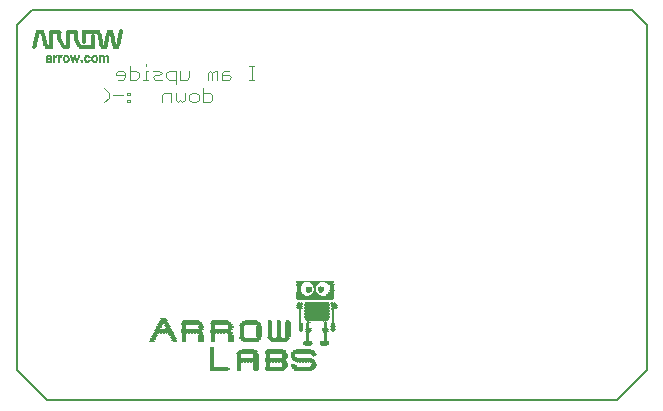
<source format=gbo>
G75*
%MOIN*%
%OFA0B0*%
%FSLAX25Y25*%
%IPPOS*%
%LPD*%
%AMOC8*
5,1,8,0,0,1.08239X$1,22.5*
%
%ADD10R,0.06250X0.00250*%
%ADD11R,0.01500X0.00250*%
%ADD12R,0.01250X0.00250*%
%ADD13R,0.06000X0.00250*%
%ADD14R,0.05750X0.00250*%
%ADD15R,0.06500X0.00250*%
%ADD16R,0.01750X0.00250*%
%ADD17R,0.06750X0.00250*%
%ADD18R,0.07250X0.00250*%
%ADD19R,0.07000X0.00250*%
%ADD20R,0.07500X0.00250*%
%ADD21R,0.08000X0.00250*%
%ADD22R,0.02000X0.00250*%
%ADD23R,0.00250X0.00250*%
%ADD24R,0.07750X0.00250*%
%ADD25R,0.05250X0.00250*%
%ADD26R,0.04000X0.00250*%
%ADD27R,0.05500X0.00250*%
%ADD28R,0.05000X0.00250*%
%ADD29R,0.02250X0.00250*%
%ADD30R,0.03000X0.00250*%
%ADD31R,0.03250X0.00250*%
%ADD32R,0.04750X0.00250*%
%ADD33R,0.02750X0.00250*%
%ADD34R,0.02500X0.00250*%
%ADD35R,0.01000X0.00250*%
%ADD36R,0.00500X0.00250*%
%ADD37R,0.00750X0.00250*%
%ADD38R,0.08250X0.00250*%
%ADD39R,0.08500X0.00250*%
%ADD40R,0.12000X0.00250*%
%ADD41R,0.12500X0.00250*%
%ADD42R,0.12750X0.00250*%
%ADD43R,0.03750X0.00250*%
%ADD44R,0.03500X0.00250*%
%ADD45R,0.00600X0.00100*%
%ADD46R,0.01200X0.00100*%
%ADD47R,0.00500X0.00100*%
%ADD48R,0.01900X0.00100*%
%ADD49R,0.01400X0.00100*%
%ADD50R,0.00700X0.00100*%
%ADD51R,0.02000X0.00100*%
%ADD52R,0.01600X0.00100*%
%ADD53R,0.00800X0.00100*%
%ADD54R,0.00100X0.00100*%
%ADD55R,0.00900X0.00100*%
%ADD56R,0.01000X0.00100*%
%ADD57R,0.01800X0.00100*%
%ADD58R,0.00400X0.00100*%
%ADD59R,0.03200X0.00100*%
%ADD60R,0.01700X0.00100*%
%ADD61R,0.01500X0.00100*%
%ADD62R,0.02200X0.00100*%
%ADD63R,0.04900X0.00100*%
%ADD64R,0.02600X0.00100*%
%ADD65R,0.02100X0.00100*%
%ADD66R,0.05200X0.00100*%
%ADD67R,0.02700X0.00100*%
%ADD68R,0.02300X0.00100*%
%ADD69R,0.05400X0.00100*%
%ADD70R,0.01100X0.00100*%
%ADD71R,0.02800X0.00100*%
%ADD72R,0.05500X0.00100*%
%ADD73R,0.02400X0.00100*%
%ADD74R,0.05600X0.00100*%
%ADD75R,0.02900X0.00100*%
%ADD76R,0.02500X0.00100*%
%ADD77R,0.05700X0.00100*%
%ADD78R,0.05800X0.00100*%
%ADD79R,0.03000X0.00100*%
%ADD80R,0.01300X0.00100*%
%ADD81R,0.00200X0.00100*%
%ADD82R,0.03700X0.00100*%
%ADD83R,0.06200X0.00100*%
%ADD84R,0.03800X0.00100*%
%ADD85R,0.03600X0.00100*%
%ADD86R,0.06100X0.00100*%
%ADD87R,0.06000X0.00100*%
%ADD88R,0.03400X0.00100*%
%ADD89C,0.00400*%
%ADD90C,0.00500*%
D10*
X0085495Y0023906D03*
X0094745Y0027406D03*
X0104495Y0027406D03*
X0114495Y0021156D03*
X0122745Y0017906D03*
X0123995Y0021156D03*
X0132245Y0017906D03*
X0104245Y0012156D03*
X0104245Y0011156D03*
D11*
X0101870Y0012406D03*
X0101870Y0012656D03*
X0101870Y0012906D03*
X0101870Y0013156D03*
X0101870Y0013406D03*
X0101870Y0013656D03*
X0101870Y0013906D03*
X0101870Y0014156D03*
X0101870Y0014406D03*
X0101870Y0014656D03*
X0101870Y0014906D03*
X0101870Y0015156D03*
X0101870Y0015406D03*
X0101870Y0015656D03*
X0101870Y0015906D03*
X0101870Y0016156D03*
X0101870Y0016406D03*
X0101870Y0016656D03*
X0101870Y0016906D03*
X0101870Y0017156D03*
X0101870Y0017406D03*
X0101870Y0017656D03*
X0101870Y0017906D03*
X0101870Y0018156D03*
X0101870Y0018406D03*
X0101870Y0018656D03*
X0101870Y0018906D03*
X0102120Y0020656D03*
X0102120Y0020906D03*
X0102120Y0021156D03*
X0102120Y0021406D03*
X0102120Y0021656D03*
X0102120Y0021906D03*
X0102120Y0022156D03*
X0102120Y0022406D03*
X0102120Y0022656D03*
X0102120Y0022906D03*
X0102120Y0023156D03*
X0102120Y0023406D03*
X0102120Y0024906D03*
X0102120Y0025156D03*
X0102120Y0025406D03*
X0102120Y0025656D03*
X0102120Y0025906D03*
X0102120Y0026156D03*
X0098120Y0026156D03*
X0098120Y0025156D03*
X0098120Y0023156D03*
X0092370Y0023156D03*
X0092370Y0023406D03*
X0092370Y0022906D03*
X0092370Y0022656D03*
X0092370Y0022406D03*
X0092370Y0022156D03*
X0092370Y0021906D03*
X0092370Y0021656D03*
X0092370Y0021406D03*
X0092370Y0021156D03*
X0092370Y0020906D03*
X0092370Y0020656D03*
X0089370Y0020906D03*
X0089120Y0021406D03*
X0088870Y0021906D03*
X0088620Y0022406D03*
X0088370Y0022906D03*
X0087370Y0024906D03*
X0087120Y0025406D03*
X0086870Y0025906D03*
X0086620Y0026406D03*
X0084620Y0026656D03*
X0084370Y0026156D03*
X0084120Y0025656D03*
X0083870Y0025156D03*
X0082870Y0023156D03*
X0082620Y0022656D03*
X0082370Y0022156D03*
X0082120Y0021656D03*
X0081870Y0021156D03*
X0092370Y0024906D03*
X0092370Y0025156D03*
X0092370Y0025406D03*
X0092370Y0025656D03*
X0092370Y0025906D03*
X0092370Y0026156D03*
X0107870Y0026156D03*
X0107870Y0025156D03*
X0107870Y0023156D03*
X0111620Y0023156D03*
X0111620Y0023406D03*
X0111620Y0023656D03*
X0111620Y0023906D03*
X0111620Y0024156D03*
X0111620Y0024406D03*
X0111620Y0024656D03*
X0111620Y0024906D03*
X0111620Y0025156D03*
X0111620Y0025406D03*
X0111620Y0025656D03*
X0111620Y0025906D03*
X0111620Y0022906D03*
X0111620Y0022656D03*
X0111620Y0022406D03*
X0117370Y0022156D03*
X0121120Y0022406D03*
X0121120Y0022656D03*
X0121120Y0022906D03*
X0121120Y0023156D03*
X0121120Y0023406D03*
X0121120Y0023656D03*
X0121120Y0023906D03*
X0121120Y0024156D03*
X0121120Y0024406D03*
X0121120Y0024656D03*
X0121120Y0024906D03*
X0121120Y0025156D03*
X0121120Y0025406D03*
X0121120Y0025656D03*
X0121120Y0025906D03*
X0121120Y0026156D03*
X0121120Y0026406D03*
X0121120Y0026656D03*
X0121120Y0026906D03*
X0121120Y0027156D03*
X0121120Y0027406D03*
X0124120Y0027406D03*
X0124120Y0027156D03*
X0124120Y0026906D03*
X0124120Y0026656D03*
X0124120Y0026406D03*
X0124120Y0026156D03*
X0124120Y0025906D03*
X0124120Y0025656D03*
X0124120Y0025406D03*
X0124120Y0025156D03*
X0124120Y0024906D03*
X0124120Y0024656D03*
X0124120Y0024406D03*
X0124120Y0024156D03*
X0124120Y0023906D03*
X0124120Y0023656D03*
X0124120Y0023406D03*
X0124120Y0023156D03*
X0124120Y0022906D03*
X0124120Y0022656D03*
X0124120Y0022406D03*
X0126870Y0022156D03*
X0131370Y0024656D03*
X0131370Y0024906D03*
X0131370Y0025156D03*
X0131370Y0025406D03*
X0131370Y0025656D03*
X0131370Y0025906D03*
X0131370Y0026156D03*
X0131370Y0026406D03*
X0133870Y0023906D03*
X0133870Y0020906D03*
X0135620Y0016656D03*
X0135620Y0013656D03*
X0135620Y0013406D03*
X0135620Y0012656D03*
X0128870Y0012906D03*
X0128870Y0013156D03*
X0126120Y0013656D03*
X0126120Y0012656D03*
X0126120Y0016656D03*
X0128870Y0016406D03*
X0128870Y0016156D03*
X0128870Y0015906D03*
X0128870Y0015656D03*
X0120370Y0015656D03*
X0120370Y0015906D03*
X0120370Y0016156D03*
X0120370Y0016406D03*
X0120370Y0016656D03*
X0120370Y0015406D03*
X0120370Y0013906D03*
X0120370Y0013656D03*
X0120370Y0013406D03*
X0120370Y0013156D03*
X0120370Y0012906D03*
X0120370Y0012656D03*
X0120370Y0012406D03*
X0116370Y0016656D03*
X0110620Y0016406D03*
X0110620Y0016156D03*
X0110620Y0015906D03*
X0110620Y0015656D03*
X0110620Y0015406D03*
X0110620Y0013906D03*
X0110620Y0013656D03*
X0110620Y0013406D03*
X0110620Y0013156D03*
X0110620Y0012906D03*
X0110620Y0012656D03*
X0110620Y0012406D03*
X0110620Y0012156D03*
X0110620Y0011906D03*
X0110620Y0011656D03*
X0110620Y0011406D03*
X0110620Y0011156D03*
X0117370Y0026156D03*
X0130620Y0037406D03*
X0130620Y0037656D03*
X0130620Y0037906D03*
X0130620Y0038156D03*
X0130620Y0038406D03*
X0130620Y0038656D03*
X0130620Y0038906D03*
X0130620Y0039156D03*
X0136120Y0039656D03*
X0138120Y0037406D03*
X0136120Y0036906D03*
X0141620Y0037406D03*
X0141870Y0038656D03*
X0141620Y0038906D03*
X0141620Y0039156D03*
X0141620Y0039406D03*
X0142370Y0031656D03*
X0142120Y0026406D03*
X0142120Y0026156D03*
X0142120Y0025656D03*
X0142120Y0025406D03*
X0142120Y0025156D03*
X0142120Y0024656D03*
D12*
X0141995Y0024406D03*
X0139495Y0023906D03*
X0139495Y0020906D03*
X0135745Y0016156D03*
X0131495Y0024406D03*
X0131495Y0026656D03*
X0131495Y0026906D03*
X0133995Y0027156D03*
X0126995Y0027406D03*
X0141995Y0026906D03*
X0141995Y0026656D03*
X0141745Y0037906D03*
X0141745Y0038156D03*
X0141745Y0038406D03*
X0136245Y0039406D03*
X0134245Y0038906D03*
X0136245Y0037156D03*
X0107995Y0020656D03*
X0098245Y0020656D03*
X0089495Y0020656D03*
X0081745Y0020656D03*
X0116495Y0011156D03*
D13*
X0122620Y0011156D03*
X0113620Y0017656D03*
X0114620Y0027156D03*
X0085620Y0024156D03*
D14*
X0085495Y0024406D03*
X0132245Y0011156D03*
D15*
X0132370Y0011406D03*
X0131620Y0015156D03*
X0122870Y0011406D03*
X0113620Y0017406D03*
X0114620Y0021406D03*
X0124120Y0021406D03*
X0114620Y0026906D03*
X0104370Y0011906D03*
X0104370Y0011656D03*
X0104370Y0011406D03*
X0085620Y0023656D03*
D16*
X0087245Y0025156D03*
X0086995Y0025656D03*
X0086745Y0026156D03*
X0086495Y0026656D03*
X0085495Y0028406D03*
X0084495Y0026406D03*
X0084245Y0025906D03*
X0083995Y0025406D03*
X0083745Y0024906D03*
X0082995Y0023406D03*
X0082745Y0022906D03*
X0082495Y0022406D03*
X0082245Y0021906D03*
X0081995Y0021406D03*
X0081745Y0020906D03*
X0087995Y0023406D03*
X0088245Y0023156D03*
X0088495Y0022656D03*
X0088745Y0022156D03*
X0088995Y0021656D03*
X0089245Y0021156D03*
X0098245Y0021156D03*
X0098245Y0021406D03*
X0098245Y0021656D03*
X0098245Y0021906D03*
X0098245Y0022156D03*
X0098245Y0022406D03*
X0098245Y0022656D03*
X0098245Y0022906D03*
X0098245Y0020906D03*
X0097995Y0024906D03*
X0098245Y0025406D03*
X0098245Y0025656D03*
X0098245Y0025906D03*
X0107745Y0024906D03*
X0107995Y0025406D03*
X0107995Y0025656D03*
X0107995Y0025906D03*
X0107995Y0022906D03*
X0107995Y0022656D03*
X0107995Y0022406D03*
X0107995Y0022156D03*
X0107995Y0021906D03*
X0107995Y0021656D03*
X0107995Y0021406D03*
X0107995Y0021156D03*
X0107995Y0020906D03*
X0111745Y0022156D03*
X0117245Y0021906D03*
X0117495Y0022406D03*
X0117495Y0022656D03*
X0117495Y0022906D03*
X0117495Y0023156D03*
X0117495Y0023406D03*
X0117495Y0023656D03*
X0117495Y0023906D03*
X0117495Y0024156D03*
X0117495Y0024406D03*
X0117495Y0024656D03*
X0117495Y0024906D03*
X0117495Y0025156D03*
X0117495Y0025406D03*
X0117495Y0025656D03*
X0117495Y0025906D03*
X0121245Y0022156D03*
X0122495Y0020656D03*
X0123995Y0022156D03*
X0125495Y0020656D03*
X0126745Y0021906D03*
X0126995Y0022406D03*
X0126995Y0022656D03*
X0126995Y0022906D03*
X0126995Y0023156D03*
X0126995Y0023406D03*
X0126995Y0023656D03*
X0126995Y0023906D03*
X0126995Y0024156D03*
X0126995Y0024406D03*
X0126995Y0024656D03*
X0126995Y0024906D03*
X0126995Y0025156D03*
X0126995Y0025406D03*
X0126995Y0025656D03*
X0126995Y0025906D03*
X0126995Y0026156D03*
X0126995Y0026406D03*
X0126995Y0026656D03*
X0126995Y0026906D03*
X0126995Y0027156D03*
X0131245Y0031656D03*
X0130995Y0031906D03*
X0130995Y0033406D03*
X0130745Y0037156D03*
X0130745Y0039406D03*
X0130745Y0039656D03*
X0134245Y0038656D03*
X0134245Y0037656D03*
X0134245Y0037406D03*
X0136245Y0039906D03*
X0138245Y0038656D03*
X0141495Y0037156D03*
X0141495Y0036906D03*
X0141745Y0037656D03*
X0142245Y0033406D03*
X0142495Y0033156D03*
X0141995Y0025906D03*
X0141995Y0024906D03*
X0139495Y0025156D03*
X0133995Y0025156D03*
X0135745Y0016406D03*
X0135745Y0013156D03*
X0135745Y0012906D03*
X0135495Y0012406D03*
X0128995Y0012656D03*
X0126245Y0012906D03*
X0126245Y0013156D03*
X0126245Y0013406D03*
X0125995Y0012406D03*
X0125995Y0015406D03*
X0126245Y0015656D03*
X0126245Y0015906D03*
X0126245Y0016156D03*
X0126245Y0016406D03*
X0128995Y0016656D03*
X0128995Y0015406D03*
X0116495Y0015406D03*
X0116495Y0015656D03*
X0116495Y0015906D03*
X0116495Y0016156D03*
X0116495Y0016406D03*
X0116495Y0013906D03*
X0116495Y0013656D03*
X0116495Y0013406D03*
X0116495Y0013156D03*
X0116495Y0012906D03*
X0116495Y0012656D03*
X0116495Y0012406D03*
X0116495Y0012156D03*
X0116495Y0011906D03*
X0116495Y0011656D03*
X0116495Y0011406D03*
X0110745Y0016656D03*
X0111745Y0026156D03*
D17*
X0114495Y0026656D03*
X0104745Y0027156D03*
X0094995Y0027156D03*
X0113495Y0017156D03*
X0122995Y0017656D03*
X0132745Y0014156D03*
X0122995Y0011656D03*
D18*
X0123245Y0012156D03*
X0123245Y0014156D03*
X0123245Y0015156D03*
X0123245Y0016906D03*
X0131995Y0014906D03*
X0132245Y0014656D03*
X0132495Y0014406D03*
X0132245Y0011656D03*
X0104995Y0023656D03*
X0104995Y0024656D03*
X0104995Y0026406D03*
X0095245Y0026406D03*
X0095245Y0024656D03*
X0095245Y0023656D03*
D19*
X0095120Y0023906D03*
X0095120Y0024156D03*
X0095120Y0024406D03*
X0095120Y0026656D03*
X0095120Y0026906D03*
X0104870Y0026906D03*
X0104870Y0026656D03*
X0104870Y0024406D03*
X0104870Y0024156D03*
X0104870Y0023906D03*
X0114620Y0021656D03*
X0114620Y0026406D03*
X0124120Y0021656D03*
X0123120Y0017406D03*
X0123120Y0017156D03*
X0123120Y0014906D03*
X0123120Y0014656D03*
X0123120Y0014406D03*
X0123120Y0011906D03*
X0113620Y0016906D03*
X0132370Y0017656D03*
D20*
X0132370Y0017406D03*
X0132370Y0011906D03*
X0113620Y0014156D03*
X0113620Y0014406D03*
X0113620Y0014656D03*
X0113620Y0014906D03*
X0113620Y0015156D03*
X0136620Y0027906D03*
D21*
X0132370Y0016906D03*
X0132370Y0012156D03*
D22*
X0129120Y0012406D03*
X0125870Y0013906D03*
X0135370Y0013906D03*
X0121370Y0021906D03*
X0111870Y0021906D03*
X0107620Y0023406D03*
X0097870Y0023406D03*
X0085620Y0028156D03*
X0130870Y0032156D03*
X0130870Y0032656D03*
X0130870Y0032906D03*
X0131120Y0033156D03*
X0130870Y0036656D03*
X0130870Y0036906D03*
X0134120Y0037906D03*
X0134120Y0038406D03*
X0136120Y0036656D03*
X0138120Y0037656D03*
X0138120Y0037906D03*
X0138120Y0038156D03*
X0138120Y0038406D03*
X0141370Y0039906D03*
X0141620Y0039656D03*
X0142620Y0032656D03*
X0142620Y0032156D03*
X0142370Y0031906D03*
X0139620Y0024906D03*
X0139620Y0024156D03*
X0133870Y0024156D03*
X0133870Y0024656D03*
X0133870Y0024906D03*
X0130870Y0039906D03*
D23*
X0137995Y0039156D03*
X0141745Y0033656D03*
X0142245Y0033656D03*
X0142745Y0033656D03*
X0139745Y0027406D03*
X0139245Y0027406D03*
X0138495Y0020906D03*
X0132745Y0020906D03*
X0135745Y0015906D03*
X0133995Y0013906D03*
X0133495Y0013906D03*
X0132995Y0013906D03*
X0132495Y0013906D03*
X0131995Y0013906D03*
X0131495Y0013906D03*
X0130995Y0013906D03*
X0130495Y0013906D03*
X0124495Y0013906D03*
X0123995Y0013906D03*
X0123495Y0013906D03*
X0122995Y0013906D03*
X0122495Y0013906D03*
X0121995Y0013906D03*
X0121495Y0013906D03*
X0115245Y0013906D03*
X0114745Y0013906D03*
X0114245Y0013906D03*
X0113745Y0013906D03*
X0113245Y0013906D03*
X0112745Y0013906D03*
X0112245Y0013906D03*
X0111745Y0013906D03*
X0106245Y0023406D03*
X0105745Y0023406D03*
X0105245Y0023406D03*
X0104745Y0023406D03*
X0104245Y0023406D03*
X0103745Y0023406D03*
X0103245Y0023406D03*
X0096495Y0023406D03*
X0095995Y0023406D03*
X0095495Y0023406D03*
X0094995Y0023406D03*
X0094495Y0023406D03*
X0093995Y0023406D03*
X0093495Y0023406D03*
X0086745Y0023406D03*
X0086245Y0023406D03*
X0085745Y0023406D03*
X0085245Y0023406D03*
X0084745Y0023406D03*
X0084245Y0023406D03*
X0130745Y0033656D03*
X0131245Y0033656D03*
X0131745Y0033656D03*
D24*
X0136745Y0033906D03*
X0132245Y0017156D03*
D25*
X0114495Y0027406D03*
X0113495Y0017906D03*
D26*
X0113620Y0018156D03*
X0114620Y0027656D03*
D27*
X0114620Y0020906D03*
X0122620Y0018156D03*
X0104370Y0027656D03*
X0094620Y0027656D03*
X0085620Y0024656D03*
D28*
X0132370Y0018156D03*
X0136120Y0040656D03*
D29*
X0141245Y0040156D03*
X0134245Y0038156D03*
X0130995Y0040156D03*
X0141495Y0036656D03*
X0142495Y0032906D03*
X0142495Y0032406D03*
X0130995Y0032406D03*
X0139495Y0024656D03*
X0139495Y0024406D03*
X0133995Y0024406D03*
X0133745Y0019406D03*
X0139245Y0019406D03*
X0123995Y0021906D03*
X0085495Y0027906D03*
D30*
X0085620Y0027156D03*
X0131370Y0036156D03*
X0141120Y0040406D03*
X0139370Y0020656D03*
X0139370Y0020406D03*
X0139370Y0020156D03*
X0139370Y0019906D03*
X0139370Y0019656D03*
X0133620Y0019656D03*
X0133620Y0019906D03*
X0133620Y0020406D03*
D31*
X0133745Y0020156D03*
X0085495Y0026906D03*
D32*
X0114495Y0020656D03*
D33*
X0125495Y0020906D03*
X0133745Y0020656D03*
X0140995Y0036156D03*
X0131245Y0040406D03*
X0085495Y0027406D03*
D34*
X0085620Y0027656D03*
X0122620Y0020906D03*
X0131120Y0036406D03*
X0136120Y0036406D03*
X0141120Y0036406D03*
X0136120Y0040156D03*
D35*
X0136120Y0039156D03*
X0136120Y0038906D03*
X0136120Y0037406D03*
X0134120Y0037156D03*
X0138120Y0037156D03*
X0138120Y0038906D03*
X0142120Y0031406D03*
X0139620Y0027156D03*
X0139620Y0026906D03*
X0139620Y0026656D03*
X0139620Y0026406D03*
X0139620Y0026156D03*
X0139620Y0025906D03*
X0139620Y0025656D03*
X0139620Y0025406D03*
X0139620Y0023656D03*
X0139620Y0023406D03*
X0139620Y0023156D03*
X0139620Y0022906D03*
X0139620Y0022656D03*
X0139620Y0022406D03*
X0139620Y0022156D03*
X0139620Y0021906D03*
X0139620Y0021656D03*
X0139620Y0021406D03*
X0139620Y0021156D03*
X0133870Y0021156D03*
X0133870Y0021406D03*
X0133870Y0021656D03*
X0133870Y0021906D03*
X0133870Y0022156D03*
X0133870Y0022406D03*
X0133870Y0022656D03*
X0133870Y0022906D03*
X0133870Y0023156D03*
X0133870Y0023406D03*
X0133870Y0023656D03*
X0133870Y0025406D03*
X0133870Y0025656D03*
X0133870Y0025906D03*
X0133870Y0026156D03*
X0133870Y0026406D03*
X0133870Y0026656D03*
X0133870Y0026906D03*
X0127120Y0027656D03*
X0124120Y0027656D03*
X0121120Y0027656D03*
D36*
X0131370Y0024156D03*
X0133870Y0027406D03*
X0142120Y0024156D03*
X0136120Y0038156D03*
X0136120Y0038656D03*
D37*
X0136245Y0038406D03*
X0136245Y0037906D03*
X0136245Y0037656D03*
X0131245Y0031406D03*
X0131245Y0031156D03*
X0131245Y0030906D03*
X0131245Y0030656D03*
X0131245Y0030406D03*
X0131245Y0030156D03*
X0131245Y0029906D03*
X0131245Y0029656D03*
X0131245Y0029406D03*
X0131245Y0029156D03*
X0131245Y0028906D03*
X0131245Y0028656D03*
X0131245Y0028406D03*
X0131245Y0028156D03*
X0131245Y0027906D03*
X0131245Y0027656D03*
X0131245Y0027406D03*
X0131245Y0027156D03*
X0142245Y0027156D03*
X0142245Y0027406D03*
X0142245Y0027656D03*
X0142245Y0027906D03*
X0142245Y0028156D03*
X0142245Y0028406D03*
X0142245Y0028656D03*
X0142245Y0028906D03*
X0142245Y0029156D03*
X0142245Y0029406D03*
X0142245Y0029656D03*
X0142245Y0029906D03*
X0142245Y0030156D03*
X0142245Y0030406D03*
X0142245Y0030656D03*
X0142245Y0030906D03*
X0142245Y0031156D03*
D38*
X0136745Y0031406D03*
X0136745Y0031906D03*
X0136745Y0032406D03*
X0136745Y0032906D03*
X0136745Y0033406D03*
X0136745Y0033656D03*
X0136745Y0030906D03*
X0136745Y0030406D03*
X0136745Y0029906D03*
X0136745Y0029406D03*
X0136745Y0028906D03*
X0136745Y0028406D03*
X0136745Y0028156D03*
D39*
X0136620Y0028656D03*
X0136620Y0029156D03*
X0136620Y0029656D03*
X0136620Y0030156D03*
X0136620Y0030656D03*
X0136620Y0031156D03*
X0136620Y0031656D03*
X0136620Y0032156D03*
X0136620Y0032656D03*
X0136620Y0033156D03*
D40*
X0136120Y0034906D03*
D41*
X0136120Y0035156D03*
X0136120Y0035406D03*
X0136120Y0035906D03*
X0136120Y0040906D03*
D42*
X0136245Y0035656D03*
D43*
X0136245Y0036156D03*
D44*
X0136120Y0040406D03*
X0140620Y0040656D03*
X0131620Y0040656D03*
D45*
X0062645Y0113756D03*
X0062045Y0114256D03*
X0061945Y0114356D03*
X0061945Y0114456D03*
X0061845Y0114556D03*
X0061845Y0114656D03*
X0061845Y0114756D03*
X0061845Y0114856D03*
X0061845Y0114956D03*
X0061845Y0115056D03*
X0061845Y0115156D03*
X0061945Y0115256D03*
X0061945Y0115456D03*
X0062045Y0115556D03*
X0062645Y0116056D03*
X0063345Y0115456D03*
X0063345Y0115356D03*
X0063445Y0115156D03*
X0063445Y0115056D03*
X0063445Y0114956D03*
X0063445Y0114856D03*
X0063445Y0114756D03*
X0063445Y0114656D03*
X0063445Y0114556D03*
X0063345Y0114456D03*
X0063345Y0114356D03*
X0064445Y0114356D03*
X0064445Y0114456D03*
X0064445Y0114556D03*
X0064445Y0114656D03*
X0064445Y0114756D03*
X0064445Y0114856D03*
X0064445Y0114956D03*
X0064445Y0115056D03*
X0064445Y0115156D03*
X0064445Y0115256D03*
X0064445Y0115356D03*
X0064445Y0115856D03*
X0064445Y0115956D03*
X0065845Y0115356D03*
X0065845Y0115256D03*
X0065845Y0115156D03*
X0065845Y0115056D03*
X0065845Y0114956D03*
X0065845Y0114856D03*
X0065845Y0114756D03*
X0065845Y0114656D03*
X0065845Y0114556D03*
X0065845Y0114456D03*
X0065845Y0114356D03*
X0065845Y0114256D03*
X0065845Y0114156D03*
X0065845Y0114056D03*
X0065845Y0113956D03*
X0065845Y0113856D03*
X0067145Y0113856D03*
X0067145Y0113956D03*
X0067145Y0114056D03*
X0067145Y0114156D03*
X0067145Y0114256D03*
X0067145Y0114356D03*
X0067145Y0114456D03*
X0067145Y0114556D03*
X0067145Y0114656D03*
X0067145Y0114756D03*
X0067145Y0114856D03*
X0067145Y0114956D03*
X0067145Y0115056D03*
X0067145Y0115156D03*
X0067145Y0115256D03*
X0067145Y0115356D03*
X0067145Y0115456D03*
X0066745Y0116056D03*
X0064445Y0114256D03*
X0064445Y0114156D03*
X0064445Y0114056D03*
X0064445Y0113956D03*
X0064445Y0113856D03*
X0060945Y0114356D03*
X0060945Y0114456D03*
X0060845Y0114256D03*
X0060245Y0113756D03*
X0059545Y0114356D03*
X0059545Y0114456D03*
X0059445Y0114556D03*
X0059445Y0114656D03*
X0059445Y0114756D03*
X0059445Y0114856D03*
X0059445Y0114956D03*
X0059445Y0115056D03*
X0059445Y0115156D03*
X0059545Y0115256D03*
X0059545Y0115356D03*
X0059545Y0115456D03*
X0060845Y0115556D03*
X0060945Y0115456D03*
X0060945Y0115356D03*
X0058445Y0114256D03*
X0058445Y0114056D03*
X0058445Y0113856D03*
X0057145Y0114756D03*
X0057245Y0114956D03*
X0057245Y0115156D03*
X0057345Y0115256D03*
X0057345Y0115456D03*
X0057345Y0115556D03*
X0057445Y0115656D03*
X0057445Y0115756D03*
X0057445Y0115856D03*
X0056145Y0115956D03*
X0056145Y0115756D03*
X0054945Y0115456D03*
X0054945Y0115256D03*
X0055045Y0115156D03*
X0055045Y0115056D03*
X0055145Y0114756D03*
X0055145Y0114656D03*
X0055445Y0113856D03*
X0056845Y0113856D03*
X0054845Y0115656D03*
X0054845Y0115756D03*
X0054845Y0115856D03*
X0053845Y0115456D03*
X0053845Y0115356D03*
X0053945Y0115156D03*
X0053945Y0115056D03*
X0053945Y0114956D03*
X0053945Y0114856D03*
X0053945Y0114756D03*
X0053945Y0114656D03*
X0053945Y0114556D03*
X0053845Y0114456D03*
X0053845Y0114356D03*
X0053145Y0113756D03*
X0052445Y0114356D03*
X0052445Y0114456D03*
X0052345Y0114556D03*
X0052345Y0114656D03*
X0052345Y0114756D03*
X0052345Y0114856D03*
X0052345Y0114956D03*
X0052345Y0115056D03*
X0052345Y0115156D03*
X0052445Y0115256D03*
X0052445Y0115456D03*
X0053145Y0116056D03*
X0051545Y0115956D03*
X0050745Y0115956D03*
X0050745Y0115856D03*
X0050745Y0115156D03*
X0050745Y0115056D03*
X0050745Y0114956D03*
X0050745Y0114856D03*
X0050745Y0114756D03*
X0050745Y0114656D03*
X0050745Y0114556D03*
X0050745Y0114456D03*
X0050745Y0114356D03*
X0050745Y0114256D03*
X0050745Y0114156D03*
X0050745Y0114056D03*
X0050745Y0113956D03*
X0050745Y0113856D03*
X0049145Y0113856D03*
X0049145Y0113956D03*
X0049145Y0114056D03*
X0049145Y0114156D03*
X0049145Y0114256D03*
X0049145Y0114356D03*
X0049145Y0114456D03*
X0049145Y0114556D03*
X0049145Y0114656D03*
X0049145Y0114756D03*
X0049145Y0114856D03*
X0049145Y0114956D03*
X0049145Y0115056D03*
X0049145Y0115156D03*
X0049145Y0115856D03*
X0049145Y0115956D03*
X0049945Y0115956D03*
X0048145Y0115556D03*
X0048145Y0115456D03*
X0048145Y0115356D03*
X0048145Y0114856D03*
X0048145Y0114756D03*
X0048145Y0114656D03*
X0048145Y0114556D03*
X0048145Y0114456D03*
X0047145Y0113756D03*
X0046645Y0114256D03*
X0046645Y0114356D03*
X0046645Y0114456D03*
X0046645Y0114556D03*
X0046745Y0114656D03*
X0046745Y0115456D03*
X0046745Y0115556D03*
X0062245Y0122956D03*
D46*
X0064345Y0122556D03*
X0064645Y0121056D03*
X0064845Y0120056D03*
X0065045Y0119456D03*
X0062145Y0119456D03*
X0062645Y0115956D03*
X0062645Y0113856D03*
X0060245Y0113856D03*
X0060245Y0115956D03*
X0057345Y0119656D03*
X0057245Y0119756D03*
X0057245Y0119856D03*
X0057145Y0119956D03*
X0057145Y0120056D03*
X0057045Y0120156D03*
X0057045Y0120256D03*
X0056945Y0120356D03*
X0056845Y0120556D03*
X0056745Y0120756D03*
X0056645Y0120856D03*
X0056645Y0120956D03*
X0056545Y0121156D03*
X0056445Y0121256D03*
X0056445Y0121356D03*
X0056345Y0121456D03*
X0056345Y0121556D03*
X0053645Y0123556D03*
X0050945Y0121456D03*
X0050945Y0121356D03*
X0051045Y0121256D03*
X0051045Y0121156D03*
X0051145Y0121056D03*
X0051245Y0120856D03*
X0051345Y0120656D03*
X0051445Y0120556D03*
X0051445Y0120456D03*
X0051545Y0120356D03*
X0051545Y0120256D03*
X0051645Y0120156D03*
X0051745Y0119956D03*
X0051845Y0119756D03*
X0051945Y0119556D03*
X0052045Y0119456D03*
X0053145Y0115956D03*
X0053145Y0113856D03*
X0047145Y0113856D03*
X0047145Y0114856D03*
X0046345Y0119456D03*
X0046045Y0120556D03*
X0045945Y0121056D03*
X0043545Y0123256D03*
X0043645Y0123556D03*
X0059045Y0123556D03*
X0066845Y0122256D03*
X0066945Y0122756D03*
X0066745Y0121756D03*
X0068845Y0120956D03*
X0068945Y0120456D03*
X0069145Y0119456D03*
X0070445Y0119456D03*
X0070545Y0119756D03*
X0071045Y0122356D03*
X0066745Y0115856D03*
X0065445Y0115856D03*
D47*
X0063395Y0115256D03*
X0060995Y0114556D03*
X0057295Y0115356D03*
X0057195Y0115056D03*
X0057195Y0114856D03*
X0057095Y0114656D03*
X0056495Y0114656D03*
X0056495Y0114756D03*
X0056495Y0114856D03*
X0056395Y0115156D03*
X0055795Y0114856D03*
X0055795Y0114756D03*
X0055795Y0114656D03*
X0055095Y0114856D03*
X0055095Y0114956D03*
X0054995Y0115356D03*
X0053895Y0115256D03*
X0048195Y0113856D03*
X0042495Y0118356D03*
X0058995Y0120056D03*
X0071395Y0124656D03*
D48*
X0067695Y0124356D03*
X0065595Y0118556D03*
X0069795Y0118556D03*
X0047495Y0113956D03*
X0044495Y0124556D03*
D49*
X0049545Y0115756D03*
X0049545Y0115656D03*
X0051145Y0115656D03*
X0051145Y0115756D03*
X0053145Y0115856D03*
X0053145Y0113956D03*
X0047745Y0115056D03*
X0060245Y0113956D03*
X0062645Y0113956D03*
X0062645Y0115856D03*
D50*
X0063295Y0115556D03*
X0064495Y0115456D03*
X0065895Y0115456D03*
X0067095Y0115556D03*
X0063295Y0114256D03*
X0062095Y0114156D03*
X0061895Y0115356D03*
X0060795Y0115656D03*
X0060195Y0116056D03*
X0059595Y0115556D03*
X0059595Y0114256D03*
X0059695Y0114156D03*
X0058395Y0114156D03*
X0058395Y0114356D03*
X0058395Y0113956D03*
X0056795Y0113956D03*
X0055495Y0113956D03*
X0054895Y0115556D03*
X0054795Y0115956D03*
X0053795Y0115556D03*
X0052495Y0115556D03*
X0052395Y0115356D03*
X0051495Y0115856D03*
X0050795Y0115356D03*
X0050795Y0115256D03*
X0049895Y0115856D03*
X0049195Y0115356D03*
X0049195Y0115256D03*
X0048095Y0115256D03*
X0048095Y0115656D03*
X0046895Y0115656D03*
X0048095Y0114356D03*
X0052495Y0114256D03*
X0052595Y0114156D03*
X0053795Y0114256D03*
X0056195Y0115856D03*
X0057495Y0115956D03*
X0042495Y0118456D03*
X0071395Y0124556D03*
D51*
X0067745Y0124256D03*
X0065645Y0118656D03*
X0047445Y0114056D03*
D52*
X0053145Y0114056D03*
X0053145Y0115756D03*
X0060245Y0115756D03*
X0060245Y0114056D03*
X0062645Y0114056D03*
X0062645Y0115756D03*
X0065645Y0118456D03*
X0069845Y0118456D03*
D53*
X0065845Y0115556D03*
X0065445Y0115956D03*
X0064545Y0115556D03*
X0063145Y0114156D03*
X0062145Y0115656D03*
X0060745Y0114156D03*
X0059745Y0115656D03*
X0056845Y0114256D03*
X0056845Y0114156D03*
X0056845Y0114056D03*
X0055445Y0114056D03*
X0055445Y0114156D03*
X0055445Y0114256D03*
X0056145Y0115356D03*
X0056145Y0115456D03*
X0056145Y0115556D03*
X0056145Y0115656D03*
X0053645Y0114156D03*
X0052645Y0115656D03*
X0048045Y0114256D03*
X0046745Y0114156D03*
X0058945Y0120156D03*
X0062245Y0122856D03*
D54*
X0062195Y0123056D03*
X0062195Y0123556D03*
X0061995Y0123556D03*
X0061795Y0123556D03*
X0061595Y0123556D03*
X0061395Y0123556D03*
X0061195Y0123556D03*
X0060995Y0123556D03*
X0060795Y0123556D03*
X0060595Y0123556D03*
X0060395Y0123556D03*
X0060195Y0123556D03*
X0059995Y0123556D03*
X0059795Y0123556D03*
X0062395Y0123556D03*
X0062595Y0123556D03*
X0062795Y0123556D03*
X0062995Y0123556D03*
X0063195Y0123556D03*
X0063395Y0123556D03*
X0055595Y0123556D03*
X0055395Y0123556D03*
X0055195Y0123556D03*
X0054995Y0123556D03*
X0054795Y0123556D03*
X0054595Y0123556D03*
X0054395Y0123556D03*
X0049995Y0123556D03*
X0049795Y0123556D03*
X0049595Y0123556D03*
X0049395Y0123556D03*
X0049195Y0123556D03*
X0048995Y0123556D03*
X0044595Y0123556D03*
X0044395Y0123556D03*
X0047095Y0119456D03*
X0047295Y0119456D03*
X0047495Y0119456D03*
X0049995Y0115556D03*
X0050195Y0115556D03*
X0051595Y0115556D03*
X0051795Y0115556D03*
X0053095Y0114156D03*
X0058195Y0114456D03*
X0058395Y0114456D03*
X0058595Y0114456D03*
X0060195Y0114156D03*
X0060995Y0115256D03*
X0061195Y0115256D03*
X0060295Y0115656D03*
X0062595Y0114156D03*
X0065195Y0116056D03*
X0061395Y0119456D03*
X0061195Y0119456D03*
X0060695Y0119456D03*
X0060495Y0119456D03*
X0059995Y0119456D03*
X0059795Y0119456D03*
X0059295Y0119456D03*
X0059095Y0119456D03*
X0058895Y0119456D03*
X0058695Y0119456D03*
X0058495Y0119456D03*
X0058295Y0119456D03*
X0052795Y0119456D03*
X0046895Y0115056D03*
X0047395Y0114156D03*
D55*
X0047995Y0114156D03*
X0047995Y0115156D03*
X0047495Y0116056D03*
X0046895Y0114756D03*
X0049295Y0115456D03*
X0050895Y0115456D03*
X0053595Y0115656D03*
X0058995Y0120256D03*
X0062195Y0122756D03*
X0071395Y0124456D03*
X0066695Y0115956D03*
X0063095Y0115656D03*
X0042495Y0118556D03*
D56*
X0042445Y0118656D03*
X0042845Y0120356D03*
X0045945Y0120956D03*
X0048245Y0121056D03*
X0048245Y0121356D03*
X0048245Y0121556D03*
X0048245Y0121756D03*
X0048245Y0121956D03*
X0048245Y0122256D03*
X0048245Y0122456D03*
X0048245Y0122756D03*
X0048245Y0122956D03*
X0048245Y0123256D03*
X0050845Y0123256D03*
X0050845Y0123456D03*
X0050845Y0123056D03*
X0050845Y0122856D03*
X0050845Y0122656D03*
X0050845Y0122456D03*
X0050845Y0122256D03*
X0050845Y0122056D03*
X0050845Y0121856D03*
X0053645Y0121756D03*
X0053645Y0122156D03*
X0053645Y0122556D03*
X0053645Y0122956D03*
X0053645Y0123356D03*
X0053645Y0121356D03*
X0053645Y0120956D03*
X0053645Y0120556D03*
X0053645Y0120156D03*
X0053645Y0119756D03*
X0053645Y0119556D03*
X0050945Y0115556D03*
X0049345Y0115556D03*
X0048245Y0119656D03*
X0048245Y0119956D03*
X0048245Y0120156D03*
X0048245Y0120356D03*
X0048245Y0120556D03*
X0048245Y0120756D03*
X0055445Y0114556D03*
X0055445Y0114456D03*
X0055445Y0114356D03*
X0056145Y0115056D03*
X0056145Y0115256D03*
X0056845Y0114556D03*
X0056845Y0114456D03*
X0056845Y0114356D03*
X0062245Y0119656D03*
X0062245Y0119956D03*
X0062245Y0120256D03*
X0062245Y0120556D03*
X0062245Y0120856D03*
X0062245Y0121256D03*
X0062245Y0121556D03*
X0062245Y0121956D03*
X0062245Y0122256D03*
X0062245Y0122556D03*
X0064245Y0123156D03*
X0064345Y0122456D03*
X0064545Y0121456D03*
X0064645Y0120956D03*
X0064745Y0120456D03*
X0064845Y0119956D03*
X0066445Y0120156D03*
X0066645Y0121156D03*
X0066745Y0121656D03*
X0066845Y0122156D03*
X0066945Y0122656D03*
X0068445Y0123056D03*
X0068545Y0122556D03*
X0068845Y0120856D03*
X0068945Y0120356D03*
X0069045Y0119856D03*
X0070545Y0119856D03*
X0070545Y0119656D03*
X0070745Y0120756D03*
X0070845Y0121356D03*
X0070945Y0121756D03*
X0071045Y0122256D03*
X0071145Y0122756D03*
X0071445Y0124356D03*
X0058945Y0123056D03*
X0058945Y0122456D03*
X0058945Y0121456D03*
D57*
X0052945Y0118456D03*
X0047445Y0115756D03*
X0047545Y0114956D03*
X0067745Y0124456D03*
D58*
X0065545Y0116056D03*
X0056445Y0114956D03*
X0055845Y0114956D03*
X0055845Y0115156D03*
X0051645Y0116056D03*
X0050045Y0116056D03*
D59*
X0049545Y0124556D03*
X0054945Y0124556D03*
X0065745Y0115756D03*
X0065745Y0115656D03*
D60*
X0047495Y0115856D03*
D61*
X0047495Y0115956D03*
X0060295Y0115856D03*
X0067695Y0124556D03*
D62*
X0067745Y0124056D03*
X0067745Y0123856D03*
X0067745Y0123756D03*
X0065645Y0118856D03*
X0065645Y0118756D03*
X0069845Y0118856D03*
X0047345Y0118456D03*
X0044445Y0124456D03*
D63*
X0059995Y0118456D03*
D64*
X0052945Y0118956D03*
X0052845Y0119156D03*
X0047345Y0118556D03*
X0044445Y0123956D03*
X0044445Y0124056D03*
D65*
X0052995Y0118556D03*
X0067695Y0123956D03*
X0067695Y0124156D03*
X0069795Y0118756D03*
X0069795Y0118656D03*
D66*
X0059945Y0118556D03*
D67*
X0052895Y0119256D03*
X0052795Y0119356D03*
X0047295Y0118656D03*
X0044495Y0123656D03*
X0044495Y0123756D03*
X0044495Y0123856D03*
D68*
X0052995Y0118756D03*
X0052995Y0118656D03*
X0065595Y0118956D03*
X0065595Y0119056D03*
X0065595Y0119256D03*
X0069795Y0119156D03*
X0069795Y0119056D03*
X0069795Y0118956D03*
X0067695Y0123656D03*
D69*
X0059945Y0118656D03*
D70*
X0058995Y0120356D03*
X0058995Y0120456D03*
X0058995Y0120556D03*
X0058995Y0120656D03*
X0058995Y0120756D03*
X0058995Y0120856D03*
X0058995Y0120956D03*
X0058995Y0121056D03*
X0058995Y0121156D03*
X0058995Y0121256D03*
X0058995Y0121356D03*
X0058995Y0121556D03*
X0058995Y0121656D03*
X0058995Y0121756D03*
X0058995Y0121856D03*
X0058995Y0121956D03*
X0058995Y0122056D03*
X0058995Y0122156D03*
X0058995Y0122256D03*
X0058995Y0122356D03*
X0058995Y0122556D03*
X0058995Y0122656D03*
X0058995Y0122756D03*
X0058995Y0122856D03*
X0058995Y0122956D03*
X0058995Y0123156D03*
X0058995Y0123256D03*
X0058995Y0123356D03*
X0058995Y0123456D03*
X0056295Y0123456D03*
X0056295Y0123556D03*
X0056295Y0123356D03*
X0056295Y0123256D03*
X0056295Y0123156D03*
X0056295Y0123056D03*
X0056295Y0122956D03*
X0056295Y0122856D03*
X0056295Y0122756D03*
X0056295Y0122656D03*
X0056295Y0122556D03*
X0056295Y0122456D03*
X0056295Y0122356D03*
X0056295Y0122256D03*
X0056295Y0122156D03*
X0056295Y0122056D03*
X0056295Y0121956D03*
X0056295Y0121856D03*
X0056295Y0121756D03*
X0056295Y0121656D03*
X0053695Y0121656D03*
X0053595Y0121556D03*
X0053695Y0121456D03*
X0053695Y0121256D03*
X0053595Y0121156D03*
X0053695Y0121056D03*
X0053695Y0120856D03*
X0053595Y0120756D03*
X0053695Y0120656D03*
X0053695Y0120456D03*
X0053595Y0120356D03*
X0053695Y0120256D03*
X0053695Y0120056D03*
X0053595Y0119956D03*
X0053695Y0119856D03*
X0053695Y0119656D03*
X0053695Y0121856D03*
X0053595Y0121956D03*
X0053695Y0122056D03*
X0053695Y0122256D03*
X0053595Y0122356D03*
X0053695Y0122456D03*
X0053695Y0122656D03*
X0053595Y0122756D03*
X0053695Y0122856D03*
X0053695Y0123056D03*
X0053595Y0123156D03*
X0053695Y0123256D03*
X0053695Y0123456D03*
X0050895Y0123356D03*
X0050895Y0123156D03*
X0050895Y0122956D03*
X0050895Y0122756D03*
X0050895Y0122556D03*
X0050895Y0122356D03*
X0050895Y0122156D03*
X0050895Y0121956D03*
X0050895Y0121756D03*
X0050895Y0121656D03*
X0050895Y0121556D03*
X0048195Y0121456D03*
X0048195Y0121656D03*
X0048195Y0121856D03*
X0048195Y0122056D03*
X0048195Y0122156D03*
X0048195Y0122356D03*
X0048195Y0122556D03*
X0048195Y0122656D03*
X0048195Y0122856D03*
X0048195Y0123056D03*
X0048195Y0123156D03*
X0048195Y0123356D03*
X0048195Y0123456D03*
X0048295Y0123556D03*
X0045495Y0122956D03*
X0045495Y0122856D03*
X0045495Y0122756D03*
X0045495Y0122656D03*
X0045595Y0122556D03*
X0045595Y0122456D03*
X0045595Y0122356D03*
X0045595Y0122256D03*
X0045695Y0122156D03*
X0045695Y0122056D03*
X0045695Y0121956D03*
X0045695Y0121856D03*
X0045795Y0121756D03*
X0045795Y0121656D03*
X0045795Y0121556D03*
X0045795Y0121456D03*
X0045895Y0121356D03*
X0045895Y0121256D03*
X0045895Y0121156D03*
X0045995Y0120856D03*
X0045995Y0120756D03*
X0045995Y0120656D03*
X0046095Y0120456D03*
X0046095Y0120356D03*
X0046095Y0120256D03*
X0046095Y0120156D03*
X0046195Y0120056D03*
X0046195Y0119956D03*
X0046195Y0119856D03*
X0046195Y0119756D03*
X0046295Y0119656D03*
X0046295Y0119556D03*
X0048195Y0119556D03*
X0048195Y0119456D03*
X0048195Y0119756D03*
X0048195Y0119856D03*
X0048195Y0120056D03*
X0048195Y0120256D03*
X0048195Y0120456D03*
X0048195Y0120656D03*
X0048195Y0120856D03*
X0048195Y0120956D03*
X0048195Y0121156D03*
X0048195Y0121256D03*
X0045395Y0123056D03*
X0045395Y0123156D03*
X0045395Y0123256D03*
X0045395Y0123356D03*
X0045295Y0123456D03*
X0045295Y0123556D03*
X0043595Y0123456D03*
X0043595Y0123356D03*
X0043495Y0123156D03*
X0043495Y0123056D03*
X0043495Y0122956D03*
X0043495Y0122856D03*
X0043395Y0122756D03*
X0043395Y0122656D03*
X0043395Y0122556D03*
X0043395Y0122456D03*
X0043295Y0122356D03*
X0043295Y0122256D03*
X0043295Y0122156D03*
X0043295Y0122056D03*
X0043195Y0121956D03*
X0043195Y0121856D03*
X0043195Y0121756D03*
X0043195Y0121656D03*
X0043095Y0121556D03*
X0043095Y0121456D03*
X0043095Y0121356D03*
X0043095Y0121256D03*
X0042995Y0121156D03*
X0042995Y0121056D03*
X0042995Y0120956D03*
X0042995Y0120856D03*
X0042895Y0120756D03*
X0042895Y0120656D03*
X0042895Y0120556D03*
X0042895Y0120456D03*
X0042795Y0120256D03*
X0042795Y0120156D03*
X0042795Y0120056D03*
X0042795Y0119956D03*
X0042695Y0119856D03*
X0042695Y0119756D03*
X0042695Y0119656D03*
X0042695Y0119556D03*
X0042595Y0119456D03*
X0042595Y0119356D03*
X0042595Y0119256D03*
X0042595Y0119156D03*
X0042495Y0119056D03*
X0042495Y0118956D03*
X0042495Y0118856D03*
X0042495Y0118756D03*
X0062195Y0119556D03*
X0062195Y0119756D03*
X0062195Y0119856D03*
X0062195Y0120056D03*
X0062195Y0120156D03*
X0062195Y0120356D03*
X0062195Y0120456D03*
X0062195Y0120656D03*
X0062195Y0120756D03*
X0062195Y0120956D03*
X0062195Y0121056D03*
X0062195Y0121156D03*
X0062195Y0121356D03*
X0062195Y0121456D03*
X0062195Y0121656D03*
X0062195Y0121756D03*
X0062195Y0121856D03*
X0062195Y0122056D03*
X0062195Y0122156D03*
X0062195Y0122356D03*
X0062195Y0122456D03*
X0062195Y0122656D03*
X0064195Y0123056D03*
X0064295Y0122956D03*
X0064295Y0122856D03*
X0064295Y0122756D03*
X0064295Y0122656D03*
X0064395Y0122356D03*
X0064395Y0122256D03*
X0064395Y0122156D03*
X0064395Y0122056D03*
X0064495Y0121956D03*
X0064495Y0121856D03*
X0064495Y0121756D03*
X0064495Y0121656D03*
X0064495Y0121556D03*
X0064595Y0121356D03*
X0064595Y0121256D03*
X0064595Y0121156D03*
X0064695Y0120856D03*
X0064695Y0120756D03*
X0064695Y0120656D03*
X0064695Y0120556D03*
X0064795Y0120356D03*
X0064795Y0120256D03*
X0064795Y0120156D03*
X0064895Y0119856D03*
X0064895Y0119756D03*
X0064895Y0119656D03*
X0064895Y0119556D03*
X0066295Y0119556D03*
X0066295Y0119456D03*
X0066395Y0119656D03*
X0066395Y0119756D03*
X0066395Y0119856D03*
X0066395Y0119956D03*
X0066395Y0120056D03*
X0066495Y0120256D03*
X0066495Y0120356D03*
X0066495Y0120456D03*
X0066495Y0120556D03*
X0066595Y0120656D03*
X0066495Y0120756D03*
X0066595Y0120856D03*
X0066595Y0120956D03*
X0066595Y0121056D03*
X0066695Y0121256D03*
X0066695Y0121356D03*
X0066695Y0121456D03*
X0066695Y0121556D03*
X0066795Y0121856D03*
X0066795Y0121956D03*
X0066795Y0122056D03*
X0066895Y0122356D03*
X0066895Y0122456D03*
X0066895Y0122556D03*
X0066995Y0122856D03*
X0066995Y0122956D03*
X0066995Y0123056D03*
X0066995Y0123156D03*
X0067095Y0123256D03*
X0067095Y0123356D03*
X0067095Y0123456D03*
X0067095Y0123556D03*
X0068295Y0123556D03*
X0068295Y0123456D03*
X0068395Y0123356D03*
X0068395Y0123256D03*
X0068395Y0123156D03*
X0068395Y0122956D03*
X0068495Y0122856D03*
X0068495Y0122756D03*
X0068495Y0122656D03*
X0068495Y0122456D03*
X0068595Y0122356D03*
X0068595Y0122256D03*
X0068595Y0122156D03*
X0068595Y0122056D03*
X0068595Y0121956D03*
X0068695Y0121856D03*
X0068695Y0121756D03*
X0068695Y0121656D03*
X0068695Y0121556D03*
X0068695Y0121456D03*
X0068795Y0121356D03*
X0068795Y0121256D03*
X0068795Y0121156D03*
X0068795Y0121056D03*
X0068895Y0120756D03*
X0068895Y0120656D03*
X0068895Y0120556D03*
X0068995Y0120256D03*
X0068995Y0120156D03*
X0068995Y0120056D03*
X0068995Y0119956D03*
X0069095Y0119756D03*
X0069095Y0119656D03*
X0069095Y0119556D03*
X0070495Y0119556D03*
X0070595Y0119956D03*
X0070595Y0120056D03*
X0070595Y0120156D03*
X0070695Y0120256D03*
X0070695Y0120356D03*
X0070695Y0120456D03*
X0070695Y0120556D03*
X0070695Y0120656D03*
X0070795Y0120856D03*
X0070795Y0120956D03*
X0070795Y0121056D03*
X0070795Y0121156D03*
X0070895Y0121256D03*
X0070895Y0121456D03*
X0070895Y0121556D03*
X0070895Y0121656D03*
X0070995Y0121856D03*
X0070995Y0121956D03*
X0070995Y0122056D03*
X0070995Y0122156D03*
X0071095Y0122456D03*
X0071095Y0122556D03*
X0071095Y0122656D03*
X0071195Y0122856D03*
X0071195Y0122956D03*
X0071195Y0123056D03*
X0071195Y0123156D03*
X0071195Y0123256D03*
X0071295Y0123356D03*
X0071295Y0123456D03*
X0071295Y0123556D03*
X0071295Y0123656D03*
X0071295Y0123756D03*
X0071395Y0123856D03*
X0071395Y0123956D03*
X0071395Y0124056D03*
X0071395Y0124156D03*
X0071395Y0124256D03*
X0064195Y0123456D03*
X0064195Y0123356D03*
X0064195Y0123256D03*
X0064095Y0123556D03*
D71*
X0047345Y0118856D03*
X0047345Y0118756D03*
D72*
X0059995Y0118756D03*
X0061495Y0124556D03*
D73*
X0065645Y0119356D03*
X0065645Y0119156D03*
X0069845Y0119256D03*
X0069845Y0119356D03*
X0052945Y0118856D03*
X0044445Y0124256D03*
X0044445Y0124356D03*
D74*
X0059945Y0118956D03*
X0059945Y0118856D03*
D75*
X0047295Y0118956D03*
X0047295Y0119056D03*
X0047295Y0119156D03*
X0047295Y0119256D03*
D76*
X0052895Y0119056D03*
X0044495Y0124156D03*
D77*
X0059895Y0119156D03*
X0059895Y0119056D03*
D78*
X0059845Y0119256D03*
X0059845Y0119356D03*
X0061545Y0124456D03*
D79*
X0047245Y0119356D03*
D80*
X0051195Y0120956D03*
X0051295Y0120756D03*
X0051695Y0120056D03*
X0051795Y0119856D03*
X0051895Y0119656D03*
X0053595Y0119456D03*
X0056595Y0121056D03*
X0056795Y0120656D03*
X0056895Y0120456D03*
X0057395Y0119556D03*
X0057495Y0119456D03*
X0050795Y0123556D03*
D81*
X0059545Y0119456D03*
X0060245Y0119456D03*
X0060945Y0119456D03*
D82*
X0054995Y0123656D03*
X0054995Y0123756D03*
X0054995Y0123856D03*
X0054995Y0124056D03*
X0054995Y0124156D03*
X0049595Y0123756D03*
X0049495Y0123856D03*
X0049495Y0123656D03*
D83*
X0061545Y0123656D03*
X0061545Y0123756D03*
X0061545Y0123856D03*
X0061545Y0123956D03*
D84*
X0054945Y0123956D03*
X0049545Y0123956D03*
X0049545Y0124156D03*
D85*
X0049545Y0124256D03*
X0049545Y0124356D03*
X0049545Y0124056D03*
X0054945Y0124256D03*
X0054945Y0124356D03*
D86*
X0061495Y0124156D03*
X0061495Y0124056D03*
D87*
X0061545Y0124256D03*
X0061545Y0124356D03*
D88*
X0054945Y0124456D03*
X0049545Y0124456D03*
D89*
X0069656Y0110458D02*
X0070423Y0111225D01*
X0071958Y0111225D01*
X0072725Y0110458D01*
X0072725Y0108923D01*
X0071958Y0108156D01*
X0070423Y0108156D01*
X0069656Y0109691D02*
X0072725Y0109691D01*
X0074260Y0111225D02*
X0076562Y0111225D01*
X0077329Y0110458D01*
X0077329Y0108923D01*
X0076562Y0108156D01*
X0074260Y0108156D01*
X0074260Y0112760D01*
X0069656Y0110458D02*
X0069656Y0109691D01*
X0065819Y0105260D02*
X0067354Y0103725D01*
X0067354Y0102191D01*
X0065819Y0100656D01*
X0068889Y0102958D02*
X0071958Y0102958D01*
X0073493Y0102958D02*
X0073493Y0103725D01*
X0074260Y0103725D01*
X0074260Y0102958D01*
X0073493Y0102958D01*
X0073493Y0101423D02*
X0073493Y0100656D01*
X0074260Y0100656D01*
X0074260Y0101423D01*
X0073493Y0101423D01*
X0085002Y0100656D02*
X0085002Y0102958D01*
X0085770Y0103725D01*
X0088072Y0103725D01*
X0088072Y0100656D01*
X0089606Y0101423D02*
X0089606Y0103725D01*
X0092676Y0103725D02*
X0092676Y0101423D01*
X0091908Y0100656D01*
X0091141Y0101423D01*
X0090374Y0100656D01*
X0089606Y0101423D01*
X0094210Y0101423D02*
X0094210Y0102958D01*
X0094977Y0103725D01*
X0096512Y0103725D01*
X0097279Y0102958D01*
X0097279Y0101423D01*
X0096512Y0100656D01*
X0094977Y0100656D01*
X0094210Y0101423D01*
X0098814Y0100656D02*
X0101116Y0100656D01*
X0101883Y0101423D01*
X0101883Y0102958D01*
X0101116Y0103725D01*
X0098814Y0103725D01*
X0098814Y0105260D02*
X0098814Y0100656D01*
X0089606Y0106621D02*
X0089606Y0111225D01*
X0087304Y0111225D01*
X0086537Y0110458D01*
X0086537Y0108923D01*
X0087304Y0108156D01*
X0089606Y0108156D01*
X0091141Y0108156D02*
X0091141Y0111225D01*
X0094210Y0111225D02*
X0094210Y0108923D01*
X0093443Y0108156D01*
X0091141Y0108156D01*
X0085002Y0108156D02*
X0082700Y0108156D01*
X0081933Y0108923D01*
X0082700Y0109691D01*
X0084235Y0109691D01*
X0085002Y0110458D01*
X0084235Y0111225D01*
X0081933Y0111225D01*
X0080398Y0111225D02*
X0079631Y0111225D01*
X0079631Y0108156D01*
X0080398Y0108156D02*
X0078864Y0108156D01*
X0079631Y0112760D02*
X0079631Y0113527D01*
X0100349Y0110458D02*
X0100349Y0108156D01*
X0101883Y0108156D02*
X0101883Y0110458D01*
X0101116Y0111225D01*
X0100349Y0110458D01*
X0101883Y0110458D02*
X0102651Y0111225D01*
X0103418Y0111225D01*
X0103418Y0108156D01*
X0104953Y0108156D02*
X0107255Y0108156D01*
X0108022Y0108923D01*
X0107255Y0109691D01*
X0104953Y0109691D01*
X0104953Y0110458D02*
X0104953Y0108156D01*
X0104953Y0110458D02*
X0105720Y0111225D01*
X0107255Y0111225D01*
X0114161Y0112760D02*
X0115695Y0112760D01*
X0114928Y0112760D02*
X0114928Y0108156D01*
X0115695Y0108156D02*
X0114161Y0108156D01*
D90*
X0036595Y0126256D02*
X0036595Y0011256D01*
X0046595Y0001256D01*
X0236595Y0001256D01*
X0246595Y0011256D01*
X0246595Y0126256D01*
X0241595Y0131256D01*
X0041595Y0131256D01*
X0036595Y0126256D01*
M02*

</source>
